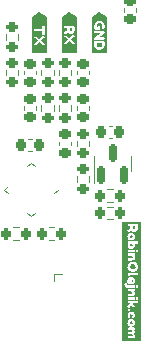
<source format=gto>
G04 #@! TF.GenerationSoftware,KiCad,Pcbnew,7.0.9*
G04 #@! TF.CreationDate,2023-11-23T02:36:07+01:00*
G04 #@! TF.ProjectId,bosch_kf4_pll,626f7363-685f-46b6-9634-5f706c6c2e6b,2*
G04 #@! TF.SameCoordinates,Original*
G04 #@! TF.FileFunction,Legend,Top*
G04 #@! TF.FilePolarity,Positive*
%FSLAX46Y46*%
G04 Gerber Fmt 4.6, Leading zero omitted, Abs format (unit mm)*
G04 Created by KiCad (PCBNEW 7.0.9) date 2023-11-23 02:36:07*
%MOMM*%
%LPD*%
G01*
G04 APERTURE LIST*
G04 Aperture macros list*
%AMRoundRect*
0 Rectangle with rounded corners*
0 $1 Rounding radius*
0 $2 $3 $4 $5 $6 $7 $8 $9 X,Y pos of 4 corners*
0 Add a 4 corners polygon primitive as box body*
4,1,4,$2,$3,$4,$5,$6,$7,$8,$9,$2,$3,0*
0 Add four circle primitives for the rounded corners*
1,1,$1+$1,$2,$3*
1,1,$1+$1,$4,$5*
1,1,$1+$1,$6,$7*
1,1,$1+$1,$8,$9*
0 Add four rect primitives between the rounded corners*
20,1,$1+$1,$2,$3,$4,$5,0*
20,1,$1+$1,$4,$5,$6,$7,0*
20,1,$1+$1,$6,$7,$8,$9,0*
20,1,$1+$1,$8,$9,$2,$3,0*%
%AMRotRect*
0 Rectangle, with rotation*
0 The origin of the aperture is its center*
0 $1 length*
0 $2 width*
0 $3 Rotation angle, in degrees counterclockwise*
0 Add horizontal line*
21,1,$1,$2,0,0,$3*%
G04 Aperture macros list end*
%ADD10C,0.120000*%
%ADD11O,1.750000X2.250000*%
%ADD12RoundRect,0.200000X0.200000X0.275000X-0.200000X0.275000X-0.200000X-0.275000X0.200000X-0.275000X0*%
%ADD13RoundRect,0.200000X0.275000X-0.200000X0.275000X0.200000X-0.275000X0.200000X-0.275000X-0.200000X0*%
%ADD14RoundRect,0.225000X-0.225000X-0.250000X0.225000X-0.250000X0.225000X0.250000X-0.225000X0.250000X0*%
%ADD15RoundRect,0.200000X-0.275000X0.200000X-0.275000X-0.200000X0.275000X-0.200000X0.275000X0.200000X0*%
%ADD16C,2.374900*%
%ADD17C,0.990600*%
%ADD18C,0.787400*%
%ADD19RoundRect,0.050000X0.220971X0.291682X-0.291682X-0.220971X-0.220971X-0.291682X0.291682X0.220971X0*%
%ADD20RoundRect,0.050000X-0.220971X0.291682X-0.291682X0.220971X0.220971X-0.291682X0.291682X-0.220971X0*%
%ADD21RotRect,1.700000X1.700000X225.000000*%
%ADD22RoundRect,0.200000X-0.200000X-0.275000X0.200000X-0.275000X0.200000X0.275000X-0.200000X0.275000X0*%
%ADD23R,1.600000X1.600000*%
%ADD24O,1.600000X1.600000*%
%ADD25RoundRect,0.150000X0.150000X-0.587500X0.150000X0.587500X-0.150000X0.587500X-0.150000X-0.587500X0*%
%ADD26RoundRect,0.225000X0.250000X-0.225000X0.250000X0.225000X-0.250000X0.225000X-0.250000X-0.225000X0*%
%ADD27RoundRect,0.225000X-0.250000X0.225000X-0.250000X-0.225000X0.250000X-0.225000X0.250000X0.225000X0*%
G04 APERTURE END LIST*
G36*
X144949566Y-79422912D02*
G01*
X144949566Y-79621349D01*
X144949566Y-82223361D01*
X144949566Y-82421799D01*
X143645434Y-82421799D01*
X143645434Y-82223361D01*
X143645434Y-81657566D01*
X143843872Y-81657566D01*
X143885544Y-81734957D01*
X143958172Y-81780796D01*
X144034372Y-81740315D01*
X144297500Y-81500999D01*
X144560628Y-81740315D01*
X144635637Y-81780796D01*
X144709456Y-81734361D01*
X144751128Y-81657566D01*
X144703503Y-81584343D01*
X144443947Y-81358124D01*
X144703503Y-81131905D01*
X144751128Y-81058682D01*
X144708861Y-80980696D01*
X144635637Y-80934261D01*
X144560628Y-80975933D01*
X144297500Y-81215249D01*
X144034372Y-80975933D01*
X143958172Y-80934261D01*
X143886139Y-80981291D01*
X143843872Y-81058682D01*
X143891497Y-81131905D01*
X144151053Y-81358124D01*
X143891497Y-81584343D01*
X143843872Y-81657566D01*
X143645434Y-81657566D01*
X143645434Y-80480633D01*
X143855778Y-80480633D01*
X143862922Y-80540165D01*
X143887330Y-80571716D01*
X143917691Y-80582432D01*
X143958172Y-80584218D01*
X144557056Y-80584218D01*
X144557056Y-80811627D01*
X144567772Y-80872349D01*
X144593370Y-80892590D01*
X144642781Y-80898543D01*
X144692787Y-80892590D01*
X144720767Y-80868777D01*
X144729697Y-80812818D01*
X144729697Y-80150830D01*
X144718981Y-80090108D01*
X144693383Y-80069868D01*
X144643972Y-80063915D01*
X144593966Y-80069868D01*
X144565986Y-80093680D01*
X144557056Y-80149640D01*
X144557056Y-80378240D01*
X143959362Y-80378240D01*
X143918286Y-80380026D01*
X143887330Y-80390741D01*
X143862922Y-80421697D01*
X143855778Y-80480633D01*
X143645434Y-80480633D01*
X143645434Y-79621349D01*
X143645434Y-79422912D01*
X144297500Y-78988201D01*
X144949566Y-79422912D01*
G37*
G36*
X147057766Y-80499088D02*
G01*
X147030977Y-80570526D01*
X146951800Y-80605054D01*
X146873219Y-80570526D01*
X146847025Y-80501469D01*
X146847025Y-80349069D01*
X147057766Y-80349069D01*
X147057766Y-80499088D01*
G37*
G36*
X147489566Y-79422912D02*
G01*
X147489566Y-79621349D01*
X147489566Y-82223361D01*
X147489566Y-82421799D01*
X146185434Y-82421799D01*
X146185434Y-82223361D01*
X146185434Y-81583152D01*
X146383872Y-81583152D01*
X146425544Y-81660543D01*
X146498172Y-81706382D01*
X146574372Y-81665901D01*
X146837500Y-81426585D01*
X147100628Y-81665901D01*
X147175637Y-81706382D01*
X147249456Y-81659947D01*
X147291128Y-81583152D01*
X147243503Y-81509929D01*
X146983947Y-81283710D01*
X147243503Y-81057491D01*
X147291128Y-80984268D01*
X147248861Y-80906282D01*
X147175637Y-80859847D01*
X147100628Y-80901519D01*
X146837500Y-81140835D01*
X146574372Y-80901519D01*
X146498172Y-80859847D01*
X146426139Y-80906877D01*
X146383872Y-80984268D01*
X146431497Y-81057491D01*
X146691053Y-81283710D01*
X146431497Y-81509929D01*
X146383872Y-81583152D01*
X146185434Y-81583152D01*
X146185434Y-80688993D01*
X146388634Y-80688993D01*
X146405303Y-80750310D01*
X146439831Y-80805674D01*
X146481503Y-80824129D01*
X146543416Y-80806269D01*
X146619219Y-80772932D01*
X146681528Y-80745944D01*
X146730344Y-80725307D01*
X146793579Y-80774916D01*
X146867398Y-80804682D01*
X146951800Y-80814604D01*
X147025619Y-80806865D01*
X147092294Y-80783647D01*
X147148848Y-80748524D01*
X147192306Y-80705066D01*
X147234640Y-80638523D01*
X147260040Y-80570658D01*
X147268506Y-80501469D01*
X147268506Y-80244294D01*
X147260470Y-80182977D01*
X147236359Y-80151426D01*
X147204808Y-80140115D01*
X147163731Y-80138329D01*
X146502934Y-80138329D01*
X146441022Y-80145472D01*
X146407982Y-80177024D01*
X146396969Y-80243104D01*
X146405005Y-80304421D01*
X146429116Y-80335972D01*
X146460667Y-80347283D01*
X146501744Y-80349069D01*
X146636284Y-80349069D01*
X146636284Y-80499088D01*
X146638666Y-80535997D01*
X146528996Y-80582299D01*
X146457161Y-80613256D01*
X146423162Y-80628866D01*
X146399945Y-80650893D01*
X146388634Y-80688993D01*
X146185434Y-80688993D01*
X146185434Y-79621349D01*
X146185434Y-79422912D01*
X146837500Y-78988201D01*
X147489566Y-79422912D01*
G37*
G36*
X150025994Y-79421721D02*
G01*
X150025994Y-79620159D01*
X150025994Y-82222170D01*
X150025994Y-82420608D01*
X148729006Y-82420608D01*
X148729006Y-82222170D01*
X148729006Y-81726027D01*
X148940541Y-81726027D01*
X148948652Y-81813724D01*
X148972985Y-81894649D01*
X149013541Y-81968803D01*
X149070319Y-82036185D01*
X149138445Y-82092181D01*
X149213045Y-82132179D01*
X149294119Y-82156178D01*
X149381667Y-82164177D01*
X149468880Y-82155992D01*
X149548950Y-82131435D01*
X149621876Y-82090507D01*
X149687658Y-82033208D01*
X149742092Y-81965119D01*
X149780973Y-81891822D01*
X149804302Y-81813315D01*
X149812078Y-81729599D01*
X149813269Y-81509333D01*
X149805232Y-81448016D01*
X149781122Y-81416465D01*
X149750166Y-81405154D01*
X149708494Y-81403368D01*
X149046506Y-81403368D01*
X148970306Y-81417655D01*
X148947982Y-81449207D01*
X148940541Y-81508143D01*
X148940541Y-81726027D01*
X148729006Y-81726027D01*
X148729006Y-81202152D01*
X148939350Y-81202152D01*
X148947387Y-81263469D01*
X148971497Y-81295021D01*
X149002453Y-81306332D01*
X149044125Y-81308118D01*
X149704922Y-81308118D01*
X149765644Y-81300974D01*
X149790647Y-81286091D01*
X149804934Y-81255135D01*
X149810888Y-81200366D01*
X149803744Y-81143811D01*
X149775764Y-81109879D01*
X149709684Y-81098568D01*
X149307253Y-81098568D01*
X149350215Y-81065759D01*
X149406075Y-81023691D01*
X149474834Y-80972361D01*
X149556491Y-80911772D01*
X149651046Y-80841922D01*
X149758500Y-80762811D01*
X149789456Y-80735427D01*
X149804339Y-80706257D01*
X149810888Y-80649702D01*
X149803744Y-80591361D01*
X149775764Y-80557429D01*
X149709684Y-80546118D01*
X149045316Y-80546118D01*
X149003644Y-80547904D01*
X148971497Y-80559215D01*
X148947387Y-80590171D01*
X148939350Y-80649702D01*
X148947387Y-80711019D01*
X148971497Y-80742571D01*
X149002453Y-80753882D01*
X149044125Y-80755668D01*
X149435841Y-80755668D01*
X149392449Y-80788939D01*
X149335299Y-80832397D01*
X149264391Y-80886041D01*
X149179724Y-80949872D01*
X149081299Y-81023889D01*
X148969116Y-81108093D01*
X148946494Y-81137858D01*
X148939350Y-81202152D01*
X148729006Y-81202152D01*
X148729006Y-80117493D01*
X148927444Y-80117493D01*
X148933918Y-80211254D01*
X148953340Y-80292515D01*
X148985710Y-80361273D01*
X149031028Y-80417530D01*
X149103656Y-80450868D01*
X149365594Y-80450868D01*
X149432269Y-80438961D01*
X149465606Y-80360380D01*
X149465606Y-80150830D01*
X149454891Y-80093680D01*
X149428697Y-80074035D01*
X149378095Y-80068677D01*
X149328089Y-80073440D01*
X149300109Y-80093680D01*
X149290584Y-80146068D01*
X149290584Y-80240127D01*
X149160806Y-80240127D01*
X149144733Y-80184465D01*
X149139375Y-80122255D01*
X149157383Y-80036530D01*
X149211408Y-79960330D01*
X149262869Y-79920643D01*
X149321210Y-79896830D01*
X149386430Y-79888893D01*
X149479596Y-79906454D01*
X149553117Y-79959140D01*
X149600891Y-80034447D01*
X149616816Y-80119874D01*
X149608630Y-80184168D01*
X149584073Y-80238936D01*
X149551331Y-80311565D01*
X149567107Y-80351748D01*
X149614434Y-80396099D01*
X149681705Y-80423483D01*
X149734687Y-80391336D01*
X149786281Y-80306273D01*
X149817237Y-80217770D01*
X149827556Y-80125827D01*
X149819631Y-80038316D01*
X149795856Y-79956758D01*
X149756230Y-79881154D01*
X149700755Y-79811502D01*
X149633447Y-79753161D01*
X149558326Y-79711490D01*
X149475392Y-79686486D01*
X149384644Y-79678152D01*
X149293449Y-79686338D01*
X149209175Y-79710894D01*
X149131822Y-79751822D01*
X149061389Y-79809121D01*
X149002788Y-79877507D01*
X148960930Y-79951698D01*
X148935815Y-80031693D01*
X148927444Y-80117493D01*
X148729006Y-80117493D01*
X148729006Y-79620159D01*
X148729006Y-79421721D01*
X149377500Y-78989392D01*
X150025994Y-79421721D01*
G37*
G36*
X149601337Y-81728408D02*
G01*
X149585115Y-81813092D01*
X149536448Y-81886166D01*
X149463671Y-81936619D01*
X149375119Y-81953436D01*
X149286864Y-81936172D01*
X149214980Y-81884380D01*
X149167206Y-81811157D01*
X149151281Y-81729599D01*
X149151281Y-81614108D01*
X149601337Y-81614108D01*
X149601337Y-81728408D01*
G37*
G36*
X152881845Y-96908323D02*
G01*
X152881845Y-106591677D01*
X152881845Y-106790114D01*
X151293155Y-106790114D01*
X151293155Y-106591677D01*
X151293155Y-106486902D01*
X151760673Y-106486902D01*
X151768710Y-106547921D01*
X151792820Y-106578580D01*
X151824372Y-106589891D01*
X151865448Y-106591677D01*
X152073808Y-106591677D01*
X152175871Y-106584533D01*
X152256635Y-106563102D01*
X152316100Y-106527383D01*
X152371018Y-106455350D01*
X152389323Y-106367839D01*
X152366106Y-106284495D01*
X152323244Y-106225559D01*
X152285739Y-106194008D01*
X152343286Y-106147441D01*
X152377814Y-106087116D01*
X152389323Y-106013033D01*
X152368190Y-105940107D01*
X152304789Y-105878492D01*
X152366702Y-105858252D01*
X152388133Y-105771336D01*
X152380096Y-105716865D01*
X152355986Y-105686802D01*
X152325625Y-105675491D01*
X152284548Y-105673705D01*
X151865448Y-105673705D01*
X151823777Y-105675491D01*
X151792820Y-105685611D01*
X151768710Y-105716865D01*
X151760673Y-105777289D01*
X151768412Y-105838011D01*
X151791630Y-105870158D01*
X151823181Y-105881469D01*
X151864258Y-105883255D01*
X152074998Y-105883255D01*
X152152687Y-105901114D01*
X152178583Y-105954692D01*
X152152687Y-106010056D01*
X152074998Y-106028511D01*
X151866639Y-106028511D01*
X151825562Y-106030297D01*
X151794011Y-106040417D01*
X151769008Y-106071671D01*
X151760673Y-106132095D01*
X151768710Y-106193413D01*
X151792820Y-106224964D01*
X151823777Y-106236275D01*
X151865448Y-106238061D01*
X152073808Y-106238061D01*
X152151198Y-106252944D01*
X152178583Y-106309498D01*
X152152687Y-106364863D01*
X152074998Y-106383317D01*
X151866639Y-106383317D01*
X151825562Y-106385103D01*
X151794011Y-106395223D01*
X151769008Y-106426477D01*
X151760673Y-106486902D01*
X151293155Y-106486902D01*
X151293155Y-105268892D01*
X151749958Y-105268892D01*
X151759036Y-105346134D01*
X151786272Y-105420697D01*
X151832706Y-105488414D01*
X151899381Y-105545117D01*
X151981683Y-105583515D01*
X152074998Y-105596314D01*
X152164626Y-105585334D01*
X152243009Y-105552393D01*
X152310147Y-105497492D01*
X152361410Y-105428304D01*
X152392168Y-105352501D01*
X152402420Y-105270083D01*
X152392102Y-105187533D01*
X152361145Y-105111333D01*
X152309552Y-105041483D01*
X152242083Y-104985920D01*
X152163502Y-104952583D01*
X152073808Y-104941470D01*
X151983469Y-104954121D01*
X151902953Y-104992072D01*
X151836576Y-105048478D01*
X151788653Y-105116492D01*
X151759632Y-105191502D01*
X151749958Y-105268892D01*
X151293155Y-105268892D01*
X151293155Y-104649767D01*
X151754720Y-104649767D01*
X151766627Y-104740850D01*
X151802345Y-104816455D01*
X151843124Y-104865568D01*
X151886880Y-104881939D01*
X151948792Y-104854555D01*
X151996120Y-104807227D01*
X152011895Y-104767639D01*
X151989869Y-104714656D01*
X151967842Y-104644409D01*
X151995822Y-104573567D01*
X152074403Y-104540230D01*
X152153580Y-104574758D01*
X152182155Y-104649172D01*
X152161914Y-104710489D01*
X152135720Y-104774783D01*
X152152091Y-104814966D01*
X152201205Y-104856936D01*
X152269666Y-104881939D01*
X152323839Y-104850983D01*
X152346461Y-104817645D01*
X152358367Y-104798595D01*
X152382775Y-104735492D01*
X152395277Y-104647386D01*
X152386545Y-104574229D01*
X152360352Y-104503982D01*
X152316695Y-104436645D01*
X152272493Y-104392295D01*
X152216087Y-104356873D01*
X152150008Y-104333656D01*
X152076784Y-104325917D01*
X152003263Y-104333656D01*
X151936291Y-104356873D01*
X151878992Y-104392295D01*
X151834492Y-104436645D01*
X151790174Y-104505834D01*
X151763584Y-104576874D01*
X151754720Y-104649767D01*
X151293155Y-104649767D01*
X151293155Y-104162206D01*
X151759483Y-104162206D01*
X151768115Y-104220696D01*
X151794011Y-104252098D01*
X151826753Y-104264600D01*
X151869020Y-104266386D01*
X151873783Y-104266386D01*
X151957127Y-104246145D01*
X151975879Y-104207599D01*
X151982130Y-104146728D01*
X151973200Y-104088239D01*
X151946411Y-104056836D01*
X151914264Y-104045525D01*
X151872592Y-104043739D01*
X151867830Y-104043739D01*
X151782105Y-104066956D01*
X151765138Y-104102377D01*
X151759483Y-104162206D01*
X151293155Y-104162206D01*
X151293155Y-103887767D01*
X151753530Y-103887767D01*
X151803536Y-103959205D01*
X151880927Y-103996114D01*
X151905930Y-103988375D01*
X151944030Y-103950870D01*
X152074998Y-103792517D01*
X152175011Y-103910389D01*
X152239305Y-103954442D01*
X152314909Y-103915747D01*
X152363130Y-103847286D01*
X152330983Y-103775848D01*
X152321458Y-103761561D01*
X152260736Y-103696672D01*
X152200014Y-103631783D01*
X152577442Y-103631783D01*
X152610780Y-103630592D01*
X152663167Y-103609161D01*
X152683408Y-103528198D01*
X152675371Y-103466881D01*
X152651261Y-103435330D01*
X152619709Y-103425209D01*
X152578633Y-103423423D01*
X151865448Y-103423423D01*
X151824372Y-103425209D01*
X151792820Y-103435330D01*
X151768710Y-103466584D01*
X151760673Y-103527008D01*
X151768412Y-103588027D01*
X151791630Y-103618686D01*
X151823181Y-103629997D01*
X151864258Y-103631783D01*
X151955936Y-103631783D01*
X151923938Y-103668395D01*
X151875569Y-103718698D01*
X151827497Y-103768407D01*
X151796392Y-103803233D01*
X151788058Y-103815139D01*
X151753530Y-103887767D01*
X151293155Y-103887767D01*
X151293155Y-103223398D01*
X151760673Y-103223398D01*
X151768412Y-103284418D01*
X151791630Y-103315077D01*
X151823181Y-103326388D01*
X151864258Y-103328173D01*
X152280977Y-103328173D01*
X152315505Y-103326983D01*
X152366702Y-103305552D01*
X152386942Y-103224589D01*
X152386867Y-103223994D01*
X152472667Y-103223994D01*
X152479811Y-103284120D01*
X152504219Y-103315672D01*
X152535175Y-103326388D01*
X152576252Y-103328173D01*
X152617328Y-103326388D01*
X152648880Y-103315077D01*
X152672990Y-103284716D01*
X152681027Y-103224589D01*
X152672990Y-103163272D01*
X152648880Y-103131720D01*
X152618519Y-103121600D01*
X152577442Y-103119814D01*
X152536366Y-103121600D01*
X152504814Y-103132316D01*
X152479811Y-103163867D01*
X152472667Y-103223994D01*
X152386867Y-103223994D01*
X152379203Y-103163272D01*
X152355986Y-103131720D01*
X152324434Y-103121600D01*
X152283358Y-103119814D01*
X151865448Y-103119814D01*
X151823777Y-103121600D01*
X151792820Y-103131720D01*
X151768710Y-103162974D01*
X151760673Y-103223398D01*
X151293155Y-103223398D01*
X151293155Y-102919789D01*
X151761864Y-102919789D01*
X151769901Y-102981106D01*
X151794011Y-103012658D01*
X151824372Y-103022778D01*
X151865448Y-103024564D01*
X152074998Y-103024564D01*
X152157879Y-103015767D01*
X152231896Y-102989374D01*
X152297050Y-102945388D01*
X152347652Y-102888171D01*
X152378012Y-102822092D01*
X152388133Y-102747148D01*
X152360748Y-102657852D01*
X152335745Y-102625705D01*
X152311933Y-102604273D01*
X152360748Y-102592367D01*
X152381287Y-102561709D01*
X152388133Y-102503070D01*
X152380691Y-102442646D01*
X152358367Y-102411392D01*
X152328006Y-102400081D01*
X152288120Y-102398295D01*
X151866639Y-102398295D01*
X151825562Y-102400081D01*
X151794011Y-102410202D01*
X151769901Y-102441455D01*
X151761864Y-102501880D01*
X151769901Y-102562899D01*
X151794011Y-102593558D01*
X151824372Y-102604869D01*
X151865448Y-102606655D01*
X152076189Y-102606655D01*
X152151198Y-102635825D01*
X152179773Y-102712025D01*
X152152389Y-102787034D01*
X152076189Y-102815014D01*
X151866639Y-102815014D01*
X151805917Y-102822158D01*
X151772877Y-102853114D01*
X151761864Y-102919789D01*
X151293155Y-102919789D01*
X151293155Y-101994673D01*
X151491592Y-101994673D01*
X151500853Y-102069551D01*
X151528634Y-102140194D01*
X151574936Y-102206605D01*
X151636716Y-102260183D01*
X151710932Y-102292330D01*
X151797583Y-102303045D01*
X152288120Y-102303045D01*
X152329197Y-102301259D01*
X152360153Y-102290544D01*
X152384561Y-102260183D01*
X152391705Y-102201842D01*
X152391416Y-102199461D01*
X152475048Y-102199461D01*
X152481597Y-102258397D01*
X152504814Y-102289948D01*
X152534580Y-102301259D01*
X152573870Y-102303045D01*
X152581014Y-102303045D01*
X152620305Y-102301259D01*
X152648880Y-102291139D01*
X152672097Y-102259885D01*
X152679836Y-102201842D01*
X152672097Y-102141418D01*
X152648880Y-102110164D01*
X152619114Y-102100044D01*
X152578633Y-102098258D01*
X152537556Y-102100044D01*
X152506600Y-102110759D01*
X152482192Y-102141120D01*
X152475048Y-102199461D01*
X152391416Y-102199461D01*
X152384561Y-102142906D01*
X152357772Y-102109569D01*
X152296455Y-102098258D01*
X151805917Y-102098258D01*
X151753530Y-102089923D01*
X151720192Y-102064920D01*
X151696380Y-101988125D01*
X151678520Y-101919069D01*
X151647564Y-101899870D01*
X151590414Y-101893470D01*
X151533562Y-101901209D01*
X151503498Y-101924427D01*
X151493378Y-101954192D01*
X151491592Y-101994673D01*
X151293155Y-101994673D01*
X151293155Y-101736308D01*
X151745195Y-101736308D01*
X151751818Y-101847259D01*
X151771687Y-101926510D01*
X151804801Y-101974061D01*
X151851161Y-101989911D01*
X151905930Y-101974433D01*
X151959508Y-101908948D01*
X151946411Y-101861323D01*
X151941648Y-101848227D01*
X151930933Y-101801495D01*
X151927361Y-101739880D01*
X151949983Y-101661298D01*
X152005942Y-101622008D01*
X152005942Y-101904186D01*
X152041066Y-101984553D01*
X152085714Y-102011789D01*
X152149412Y-102020867D01*
X152219808Y-102010747D01*
X152284548Y-101980386D01*
X152335596Y-101936184D01*
X152372059Y-101880969D01*
X152393937Y-101814740D01*
X152401230Y-101737498D01*
X152391242Y-101646019D01*
X152361278Y-101565255D01*
X152311337Y-101495206D01*
X152244729Y-101441297D01*
X152164758Y-101408952D01*
X152071427Y-101398170D01*
X151994565Y-101406505D01*
X151922731Y-101431508D01*
X151855923Y-101473180D01*
X151810829Y-101518870D01*
X151775556Y-101579741D01*
X151752786Y-101653113D01*
X151745195Y-101736308D01*
X151293155Y-101736308D01*
X151293155Y-101274345D01*
X151760078Y-101274345D01*
X151772580Y-101326733D01*
X151803834Y-101344592D01*
X151864258Y-101350545D01*
X151948792Y-101326733D01*
X151958912Y-101306492D01*
X151960698Y-101273750D01*
X151972009Y-101242198D01*
X152026183Y-101235055D01*
X152577442Y-101235055D01*
X152619114Y-101233269D01*
X152651261Y-101221958D01*
X152675371Y-101190406D01*
X152683408Y-101131470D01*
X152675371Y-101070153D01*
X152651261Y-101038602D01*
X152619709Y-101028481D01*
X152578633Y-101026695D01*
X152011895Y-101026695D01*
X151901763Y-101035030D01*
X151826158Y-101060033D01*
X151786570Y-101103491D01*
X151765436Y-101179095D01*
X151760078Y-101274345D01*
X151293155Y-101274345D01*
X151293155Y-100520680D01*
X151746386Y-100520680D01*
X151754683Y-100607595D01*
X151779575Y-100687367D01*
X151821060Y-100759995D01*
X151879141Y-100825480D01*
X151949015Y-100879653D01*
X152025885Y-100918348D01*
X152109750Y-100941566D01*
X152200609Y-100949305D01*
X152291134Y-100941194D01*
X152373994Y-100916860D01*
X152449190Y-100876304D01*
X152516720Y-100819527D01*
X152572456Y-100751735D01*
X152612268Y-100678140D01*
X152636155Y-100598740D01*
X152644117Y-100513536D01*
X152635783Y-100432573D01*
X152610780Y-100353992D01*
X152571191Y-100281066D01*
X152519102Y-100217070D01*
X152453766Y-100163492D01*
X152374441Y-100121820D01*
X152284995Y-100095031D01*
X152189298Y-100086102D01*
X152101936Y-100094027D01*
X152020825Y-100117802D01*
X151945964Y-100157427D01*
X151877355Y-100212903D01*
X151820056Y-100279690D01*
X151779128Y-100353248D01*
X151754571Y-100433578D01*
X151746386Y-100520680D01*
X151293155Y-100520680D01*
X151293155Y-99903936D01*
X151761864Y-99903936D01*
X151769901Y-99965253D01*
X151794011Y-99996805D01*
X151824372Y-100006925D01*
X151865448Y-100008711D01*
X152074998Y-100008711D01*
X152157879Y-99999914D01*
X152231896Y-99973521D01*
X152297050Y-99929534D01*
X152347652Y-99872318D01*
X152378012Y-99806239D01*
X152388133Y-99731295D01*
X152360748Y-99641998D01*
X152335745Y-99609852D01*
X152311933Y-99588420D01*
X152360748Y-99576514D01*
X152381287Y-99545855D01*
X152388133Y-99487217D01*
X152380691Y-99426793D01*
X152358367Y-99395539D01*
X152328006Y-99384228D01*
X152288120Y-99382442D01*
X151866639Y-99382442D01*
X151825562Y-99384228D01*
X151794011Y-99394348D01*
X151769901Y-99425602D01*
X151761864Y-99486027D01*
X151769901Y-99547046D01*
X151794011Y-99577705D01*
X151824372Y-99589016D01*
X151865448Y-99590802D01*
X152076189Y-99590802D01*
X152151198Y-99619972D01*
X152179773Y-99696172D01*
X152152389Y-99771181D01*
X152076189Y-99799161D01*
X151866639Y-99799161D01*
X151805917Y-99806305D01*
X151772877Y-99837261D01*
X151761864Y-99903936D01*
X151293155Y-99903936D01*
X151293155Y-99182417D01*
X151760673Y-99182417D01*
X151768412Y-99243437D01*
X151791630Y-99274095D01*
X151823181Y-99285406D01*
X151864258Y-99287192D01*
X152280977Y-99287192D01*
X152315505Y-99286002D01*
X152366702Y-99264570D01*
X152386942Y-99183608D01*
X152386867Y-99183013D01*
X152472667Y-99183013D01*
X152479811Y-99243139D01*
X152504219Y-99274691D01*
X152535175Y-99285406D01*
X152576252Y-99287192D01*
X152617328Y-99285406D01*
X152648880Y-99274095D01*
X152672990Y-99243734D01*
X152681027Y-99183608D01*
X152672990Y-99122291D01*
X152648880Y-99090739D01*
X152618519Y-99080619D01*
X152577442Y-99078833D01*
X152536366Y-99080619D01*
X152504814Y-99091334D01*
X152479811Y-99122886D01*
X152472667Y-99183013D01*
X152386867Y-99183013D01*
X152379203Y-99122291D01*
X152355986Y-99090739D01*
X152324434Y-99080619D01*
X152283358Y-99078833D01*
X151865448Y-99078833D01*
X151823777Y-99080619D01*
X151792820Y-99090739D01*
X151768710Y-99121993D01*
X151760673Y-99182417D01*
X151293155Y-99182417D01*
X151293155Y-98477567D01*
X151761864Y-98477567D01*
X151776449Y-98549600D01*
X151820205Y-98579961D01*
X151777342Y-98637409D01*
X151763055Y-98724027D01*
X151773440Y-98790040D01*
X151804594Y-98853143D01*
X151856519Y-98913336D01*
X151922268Y-98962284D01*
X151994896Y-98991653D01*
X152074403Y-99001442D01*
X152153977Y-98991586D01*
X152226803Y-98962019D01*
X152292883Y-98912741D01*
X152345138Y-98851688D01*
X152376491Y-98786799D01*
X152386942Y-98718073D01*
X152372357Y-98640088D01*
X152328602Y-98582342D01*
X152576252Y-98582342D01*
X152617328Y-98580556D01*
X152648880Y-98569245D01*
X152672990Y-98538884D01*
X152681027Y-98478758D01*
X152672990Y-98417441D01*
X152648880Y-98385889D01*
X152618519Y-98375769D01*
X152577442Y-98373983D01*
X151866639Y-98373983D01*
X151825562Y-98375769D01*
X151794011Y-98385889D01*
X151769901Y-98417143D01*
X151761864Y-98477567D01*
X151293155Y-98477567D01*
X151293155Y-97969170D01*
X151749958Y-97969170D01*
X151759036Y-98046412D01*
X151786272Y-98120975D01*
X151832706Y-98188692D01*
X151899381Y-98245395D01*
X151981683Y-98283793D01*
X152074998Y-98296592D01*
X152164626Y-98285612D01*
X152243009Y-98252671D01*
X152310147Y-98197770D01*
X152361410Y-98128582D01*
X152392168Y-98052779D01*
X152402420Y-97970361D01*
X152392102Y-97887811D01*
X152361145Y-97811611D01*
X152309552Y-97741761D01*
X152242083Y-97686198D01*
X152163502Y-97652861D01*
X152073808Y-97641748D01*
X151983469Y-97654399D01*
X151902953Y-97692350D01*
X151836576Y-97748756D01*
X151788653Y-97816770D01*
X151759632Y-97891780D01*
X151749958Y-97969170D01*
X151293155Y-97969170D01*
X151293155Y-97458988D01*
X151753530Y-97458988D01*
X151770198Y-97520305D01*
X151804727Y-97575669D01*
X151846398Y-97594123D01*
X151908311Y-97576264D01*
X151984114Y-97542927D01*
X152046423Y-97515939D01*
X152095239Y-97495302D01*
X152158474Y-97544911D01*
X152232293Y-97574677D01*
X152316695Y-97584598D01*
X152390514Y-97576859D01*
X152457189Y-97553642D01*
X152513744Y-97518519D01*
X152557202Y-97475061D01*
X152599535Y-97408518D01*
X152624935Y-97340653D01*
X152633402Y-97271464D01*
X152633402Y-97014289D01*
X152625365Y-96952972D01*
X152601255Y-96921420D01*
X152569703Y-96910109D01*
X152528627Y-96908323D01*
X151867830Y-96908323D01*
X151805917Y-96915467D01*
X151772877Y-96947019D01*
X151761864Y-97013098D01*
X151769901Y-97074416D01*
X151794011Y-97105967D01*
X151825562Y-97117278D01*
X151866639Y-97119064D01*
X152001180Y-97119064D01*
X152001180Y-97269083D01*
X152003561Y-97305992D01*
X151893891Y-97352294D01*
X151822057Y-97383251D01*
X151788058Y-97398861D01*
X151764841Y-97420888D01*
X151753530Y-97458988D01*
X151293155Y-97458988D01*
X151293155Y-96908323D01*
X151293155Y-96709886D01*
X152881845Y-96709886D01*
X152881845Y-96908323D01*
G37*
G36*
X152261464Y-100304383D02*
G01*
X152318812Y-100327005D01*
X152367297Y-100364708D01*
X152416857Y-100436741D01*
X152433377Y-100517108D01*
X152417005Y-100597624D01*
X152367892Y-100670103D01*
X152319473Y-100708137D01*
X152261530Y-100730957D01*
X152194061Y-100738564D01*
X152126724Y-100731023D01*
X152069178Y-100708402D01*
X152021420Y-100670698D01*
X151973200Y-100598666D01*
X151957127Y-100518298D01*
X151973646Y-100437782D01*
X152023206Y-100365303D01*
X152071691Y-100327269D01*
X152129040Y-100304449D01*
X152195252Y-100296842D01*
X152261464Y-100304383D01*
G37*
G36*
X152422661Y-97269083D02*
G01*
X152395872Y-97340520D01*
X152316695Y-97375048D01*
X152238114Y-97340520D01*
X152211920Y-97271464D01*
X152211920Y-97119064D01*
X152422661Y-97119064D01*
X152422661Y-97269083D01*
G37*
G36*
X152126344Y-97861716D02*
G01*
X152163105Y-97889398D01*
X152192870Y-97969170D01*
X152164295Y-98048942D01*
X152128279Y-98076624D01*
X152077380Y-98085852D01*
X152026183Y-98076029D01*
X151989273Y-98046561D01*
X151959508Y-97967980D01*
X151988678Y-97890589D01*
X152024992Y-97862014D01*
X152075594Y-97852489D01*
X152126344Y-97861716D01*
G37*
G36*
X152126344Y-105161438D02*
G01*
X152163105Y-105189120D01*
X152192870Y-105268892D01*
X152164295Y-105348664D01*
X152128279Y-105376346D01*
X152077380Y-105385573D01*
X152026183Y-105375751D01*
X151989273Y-105346283D01*
X151959508Y-105267702D01*
X151988678Y-105190311D01*
X152024992Y-105161736D01*
X152075594Y-105152211D01*
X152126344Y-105161438D01*
G37*
G36*
X152145245Y-98612703D02*
G01*
X152178583Y-98688308D01*
X152145841Y-98764508D01*
X152073808Y-98793083D01*
X152002370Y-98762127D01*
X151970223Y-98687117D01*
X152002370Y-98613894D01*
X152073212Y-98584723D01*
X152145245Y-98612703D01*
G37*
G36*
X152181559Y-101657727D02*
G01*
X152213111Y-101734522D01*
X152196442Y-101794053D01*
X152152389Y-101814889D01*
X152114289Y-101769645D01*
X152114289Y-101619627D01*
X152181559Y-101657727D01*
G37*
D10*
X145554758Y-98252500D02*
X145080242Y-98252500D01*
X145554758Y-97207500D02*
X145080242Y-97207500D01*
X144465000Y-84337258D02*
X144465000Y-83862742D01*
X145510000Y-84337258D02*
X145510000Y-83862742D01*
X143346920Y-89690000D02*
X143628080Y-89690000D01*
X143346920Y-90710000D02*
X143628080Y-90710000D01*
X147010000Y-83862742D02*
X147010000Y-84337258D01*
X145965000Y-83862742D02*
X145965000Y-84337258D01*
X145567500Y-101125000D02*
X146202500Y-101125000D01*
X145567500Y-101760000D02*
X145567500Y-101125000D01*
X143587500Y-91723116D02*
X143905698Y-92041314D01*
X145546186Y-94318198D02*
X145864384Y-94000000D01*
X143269302Y-92041314D02*
X143587500Y-91723116D01*
X143905698Y-95958686D02*
X143587500Y-96276884D01*
X141628814Y-93681802D02*
X141310616Y-94000000D01*
X143587500Y-96276884D02*
X143269302Y-95958686D01*
X141310616Y-94000000D02*
X141628814Y-94318198D01*
X150050242Y-95477500D02*
X150524758Y-95477500D01*
X150050242Y-96522500D02*
X150524758Y-96522500D01*
X142510000Y-80862742D02*
X142510000Y-81337258D01*
X141465000Y-80862742D02*
X141465000Y-81337258D01*
X142510000Y-83862742D02*
X142510000Y-84337258D01*
X141465000Y-83862742D02*
X141465000Y-84337258D01*
X148927500Y-91800000D02*
X148927500Y-93475000D01*
X148927500Y-91800000D02*
X148927500Y-91150000D01*
X152047500Y-91800000D02*
X152047500Y-92450000D01*
X152047500Y-91800000D02*
X152047500Y-91150000D01*
X147477500Y-84240580D02*
X147477500Y-83959420D01*
X148497500Y-84240580D02*
X148497500Y-83959420D01*
X143997500Y-86959420D02*
X143997500Y-87240580D01*
X142977500Y-86959420D02*
X142977500Y-87240580D01*
X151477500Y-78940580D02*
X151477500Y-78659420D01*
X152497500Y-78940580D02*
X152497500Y-78659420D01*
X147010000Y-86862742D02*
X147010000Y-87337258D01*
X145965000Y-86862742D02*
X145965000Y-87337258D01*
X150146920Y-88590000D02*
X150428080Y-88590000D01*
X150146920Y-89610000D02*
X150428080Y-89610000D01*
X146997500Y-89959420D02*
X146997500Y-90240580D01*
X145977500Y-89959420D02*
X145977500Y-90240580D01*
X147477500Y-87240580D02*
X147477500Y-86959420D01*
X148497500Y-87240580D02*
X148497500Y-86959420D01*
X143997500Y-83959420D02*
X143997500Y-84240580D01*
X142977500Y-83959420D02*
X142977500Y-84240580D01*
X148510000Y-89862742D02*
X148510000Y-90337258D01*
X147465000Y-89862742D02*
X147465000Y-90337258D01*
X148510000Y-92862742D02*
X148510000Y-93337258D01*
X147465000Y-92862742D02*
X147465000Y-93337258D01*
X150050242Y-93977500D02*
X150524758Y-93977500D01*
X150050242Y-95022500D02*
X150524758Y-95022500D01*
X142080242Y-97207500D02*
X142554758Y-97207500D01*
X142080242Y-98252500D02*
X142554758Y-98252500D01*
X144465000Y-87337258D02*
X144465000Y-86862742D01*
X145510000Y-87337258D02*
X145510000Y-86862742D01*
%LPC*%
D11*
X144282500Y-77530000D03*
X146822500Y-77530000D03*
X149362500Y-77530000D03*
D12*
X146142500Y-97730000D03*
X144492500Y-97730000D03*
D13*
X144987500Y-84925000D03*
X144987500Y-83275000D03*
D14*
X142712500Y-90200000D03*
X144262500Y-90200000D03*
D15*
X146487500Y-83275000D03*
X146487500Y-84925000D03*
D16*
X149377500Y-100490000D03*
D17*
X146837500Y-100490000D03*
D16*
X144297500Y-100490000D03*
X149377500Y-103665000D03*
X144297500Y-103665000D03*
D17*
X147853500Y-105570000D03*
X145821500Y-105570000D03*
D18*
X146202500Y-101760000D03*
X147472500Y-101760000D03*
X146202500Y-103030000D03*
X147472500Y-103030000D03*
X146202500Y-104300000D03*
X147472500Y-104300000D03*
D19*
X145187329Y-93531542D03*
X144904486Y-93248699D03*
X144621644Y-92965856D03*
X144338801Y-92683014D03*
X144055958Y-92400171D03*
D20*
X143119042Y-92400171D03*
X142836199Y-92683014D03*
X142553356Y-92965856D03*
X142270514Y-93248699D03*
X141987671Y-93531542D03*
D19*
X141987671Y-94468458D03*
X142270514Y-94751301D03*
X142553356Y-95034144D03*
X142836199Y-95316986D03*
X143119042Y-95599829D03*
D20*
X144055958Y-95599829D03*
X144338801Y-95316986D03*
X144621644Y-95034144D03*
X144904486Y-94751301D03*
X145187329Y-94468458D03*
D21*
X143587500Y-94000000D03*
D22*
X149462500Y-96000000D03*
X151112500Y-96000000D03*
D15*
X141987500Y-80275000D03*
X141987500Y-81925000D03*
D23*
X139217500Y-77530000D03*
D24*
X139217500Y-80070000D03*
X139217500Y-82610000D03*
X139217500Y-85150000D03*
X139217500Y-87690000D03*
X139217500Y-90230000D03*
X139217500Y-92770000D03*
X139217500Y-95310000D03*
X139217500Y-97850000D03*
X139217500Y-100390000D03*
X139217500Y-102930000D03*
X139217500Y-105470000D03*
X154457500Y-105470000D03*
X154457500Y-102930000D03*
X154457500Y-100390000D03*
X154457500Y-97850000D03*
X154457500Y-95310000D03*
X154457500Y-92770000D03*
X154457500Y-90230000D03*
X154457500Y-87690000D03*
X154457500Y-85150000D03*
X154457500Y-82610000D03*
X154457500Y-80070000D03*
X154457500Y-77530000D03*
D15*
X141987500Y-83275000D03*
X141987500Y-84925000D03*
D25*
X149537500Y-92737500D03*
X151437500Y-92737500D03*
X150487500Y-90862500D03*
D26*
X147987500Y-84875000D03*
X147987500Y-83325000D03*
D27*
X143487500Y-86325000D03*
X143487500Y-87875000D03*
D26*
X151987500Y-79575000D03*
X151987500Y-78025000D03*
D15*
X146487500Y-86275000D03*
X146487500Y-87925000D03*
D14*
X149512500Y-89100000D03*
X151062500Y-89100000D03*
D27*
X146487500Y-89325000D03*
X146487500Y-90875000D03*
D26*
X147987500Y-87875000D03*
X147987500Y-86325000D03*
D27*
X143487500Y-83325000D03*
X143487500Y-84875000D03*
D15*
X147987500Y-89275000D03*
X147987500Y-90925000D03*
X147987500Y-92275000D03*
X147987500Y-93925000D03*
D22*
X149462500Y-94500000D03*
X151112500Y-94500000D03*
X141492500Y-97730000D03*
X143142500Y-97730000D03*
D13*
X144987500Y-87925000D03*
X144987500Y-86275000D03*
%LPD*%
M02*

</source>
